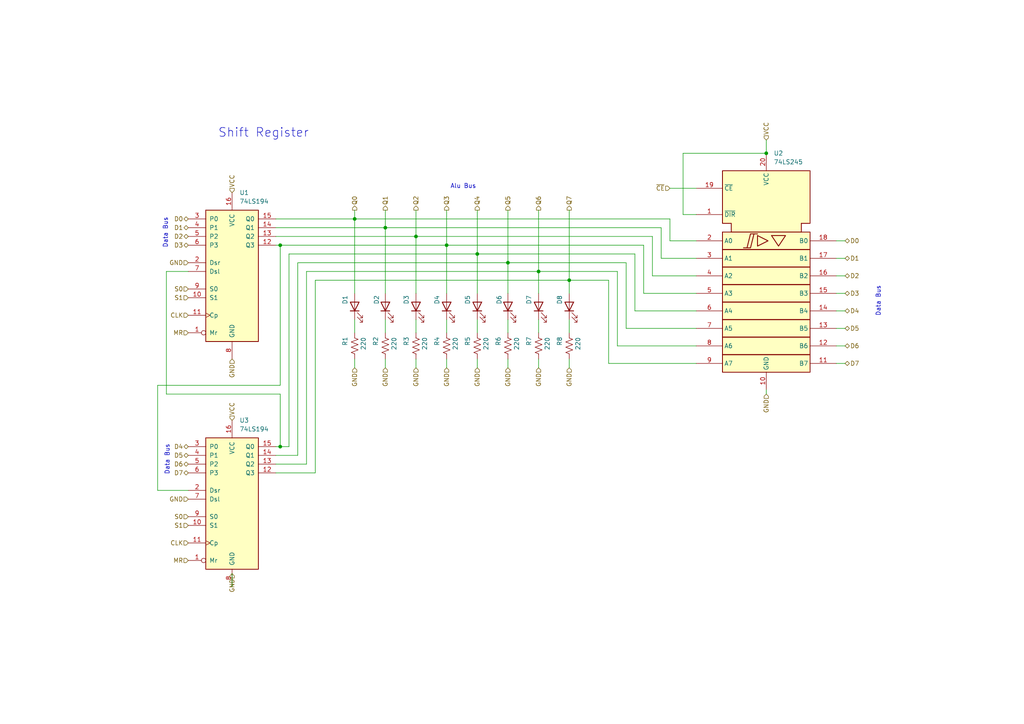
<source format=kicad_sch>
(kicad_sch (version 20250114) (generator "eeschema") (generator_version "9.0")
  (paper "A4")
  (title_block (title "Shift Register") (date "2025-11-22") (rev "1.0") (company "Marco Vettigli"))
  (lib_symbols
    (symbol "74xx:74LS194" (pin_names (offset 1.016))
      (property "Reference" "U" (at -7.62 19.05 0))
      (property "Value" "74LS194" (at -7.62 -21.59 0))
      (symbol "74LS194_1_0"
        (pin input line (at -12.7 15.24 0) (length 5.08) (name "P0") (number "3"))
        (pin input line (at -12.7 12.7 0) (length 5.08) (name "P1") (number "4"))
        (pin input line (at -12.7 10.16 0) (length 5.08) (name "P2") (number "5"))
        (pin input line (at -12.7 7.62 0) (length 5.08) (name "P3") (number "6"))
        (pin input line (at -12.7 2.54 0) (length 5.08) (name "Dsr") (number "2"))
        (pin input line (at -12.7 0 0) (length 5.08) (name "Dsl") (number "7"))
        (pin input line (at -12.7 -5.08 0) (length 5.08) (name "S0") (number "9"))
        (pin input line (at -12.7 -7.62 0) (length 5.08) (name "S1") (number "10"))
        (pin input clock (at -12.7 -12.7 0) (length 5.08) (name "Cp") (number "11"))
        (pin input inverted (at -12.7 -17.78 0) (length 5.08) (name "Mr") (number "1"))
        (pin power_in line (at 0 22.86 270) (length 5.08) (name "VCC") (number "16"))
        (pin power_in line (at 0 -25.4 90) (length 5.08) (name "GND") (number "8"))
        (pin output line (at 12.7 15.24 180) (length 5.08) (name "Q0") (number "15"))
        (pin output line (at 12.7 12.7 180) (length 5.08) (name "Q1") (number "14"))
        (pin output line (at 12.7 10.16 180) (length 5.08) (name "Q2") (number "13"))
        (pin output line (at 12.7 7.62 180) (length 5.08) (name "Q3") (number "12"))
      )
      (symbol "74LS194_1_1"
        (rectangle (start -7.62 17.78) (end 7.62 -20.32) (stroke (width 0.254)) (fill (type background)))
      )
    )
    (symbol "74xx_IEEE:74LS245"
      (property "Reference" "U" (at 15.24 25.4 0))
      (property "Value" "74LS245" (at 5.08 -30.48 0))
      (symbol "74LS245_0_0"
        (polyline (pts (xy -6.604 10.668) (xy -4.572 10.668) (xy -3.556 14.732) (xy -2.54 14.732) (xy -4.572 14.732) (xy -5.588 10.668) (xy -5.588 10.668)) (stroke (width 0.254)) (fill (type background)))
        (polyline (pts (xy -2.54 14.224) (xy -2.54 11.176) (xy 0.508 12.7) (xy -2.54 14.224) (xy -2.54 14.224)) (stroke (width 0.254)) (fill (type background)))
        (polyline (pts (xy 1.524 14.224) (xy 5.588 14.224) (xy 3.556 11.176) (xy 1.524 14.224) (xy 1.524 14.224)) (stroke (width 0.254)) (fill (type background)))
        (pin power_in line (at 0 38.1 270) (length 5.08) (name "VCC") (number "20"))
        (pin power_in line (at 0 -30.48 90) (length 5.08) (name "GND") (number "10"))
      )
      (symbol "74LS245_0_1"
        (rectangle (start -12.7 15.24) (end 12.7 10.16) (stroke (width 0.254)) (fill (type background)))
        (rectangle (start -12.7 10.16) (end 12.7 5.08) (stroke (width 0.254)) (fill (type background)))
        (rectangle (start -12.7 5.08) (end 12.7 0) (stroke (width 0.254)) (fill (type background)))
        (rectangle (start -12.7 0) (end 12.7 -5.08) (stroke (width 0.254)) (fill (type background)))
        (rectangle (start -12.7 -5.08) (end 12.7 -10.16) (stroke (width 0.254)) (fill (type background)))
        (rectangle (start -12.7 -10.16) (end 12.7 -15.24) (stroke (width 0.254)) (fill (type background)))
        (rectangle (start -12.7 -15.24) (end 12.7 -20.32) (stroke (width 0.254)) (fill (type background)))
        (rectangle (start -12.7 -20.32) (end 12.7 -25.4) (stroke (width 0.254)) (fill (type background)))
        (polyline (pts (xy -10.16 15.24) (xy -10.16 17.78) (xy -12.7 17.78) (xy -12.7 33.02) (xy 12.7 33.02) (xy 12.7 17.78) (xy 10.16 17.78) (xy 10.16 15.24) (xy 10.16 15.24)) (stroke (width 0.254)) (fill (type background)))
      )
      (symbol "74LS245_1_1"
        (pin input line (at -20.32 27.94 0) (length 7.62) (name "~{CE}") (number "19"))
        (pin input line (at -20.32 20.32 0) (length 7.62) (name "~{DIR}") (number "1"))
        (pin tri_state line (at -20.32 12.7 0) (length 7.62) (name "A0") (number "2"))
        (pin tri_state line (at -20.32 7.62 0) (length 7.62) (name "A1") (number "3"))
        (pin tri_state line (at -20.32 2.54 0) (length 7.62) (name "A2") (number "4"))
        (pin tri_state line (at -20.32 -2.54 0) (length 7.62) (name "A3") (number "5"))
        (pin tri_state line (at -20.32 -7.62 0) (length 7.62) (name "A4") (number "6"))
        (pin tri_state line (at -20.32 -12.7 0) (length 7.62) (name "A5") (number "7"))
        (pin tri_state line (at -20.32 -17.78 0) (length 7.62) (name "A6") (number "8"))
        (pin tri_state line (at -20.32 -22.86 0) (length 7.62) (name "A7") (number "9"))
        (pin tri_state line (at 20.32 12.7 180) (length 7.62) (name "B0") (number "18"))
        (pin tri_state line (at 20.32 7.62 180) (length 7.62) (name "B1") (number "17"))
        (pin tri_state line (at 20.32 2.54 180) (length 7.62) (name "B2") (number "16"))
        (pin tri_state line (at 20.32 -2.54 180) (length 7.62) (name "B3") (number "15"))
        (pin tri_state line (at 20.32 -7.62 180) (length 7.62) (name "B4") (number "14"))
        (pin tri_state line (at 20.32 -12.7 180) (length 7.62) (name "B5") (number "13"))
        (pin tri_state line (at 20.32 -17.78 180) (length 7.62) (name "B6") (number "12"))
        (pin tri_state line (at 20.32 -22.86 180) (length 7.62) (name "B7") (number "11"))
      )
    )
    (symbol "Device:LED" (pin_numbers (hide yes)) (pin_names (offset 1.016) (hide yes))
      (property "Reference" "D" (at 0 2.54 0))
      (property "Value" "LED" (at 0 -2.54 0))
      (symbol "LED_0_1"
        (polyline (pts (xy -3.048 -0.762) (xy -4.572 -2.286) (xy -3.81 -2.286) (xy -4.572 -2.286) (xy -4.572 -1.524)))
        (polyline (pts (xy -1.778 -0.762) (xy -3.302 -2.286) (xy -2.54 -2.286) (xy -3.302 -2.286) (xy -3.302 -1.524)))
        (polyline (pts (xy -1.27 0) (xy 1.27 0)))
        (polyline (pts (xy -1.27 -1.27) (xy -1.27 1.27)) (stroke (width 0.254)))
        (polyline (pts (xy 1.27 -1.27) (xy 1.27 1.27) (xy -1.27 0) (xy 1.27 -1.27)) (stroke (width 0.254)))
      )
      (symbol "LED_1_1"
        (pin passive line (at -3.81 0 0) (length 2.54) (name "K") (number "1"))
        (pin passive line (at 3.81 0 180) (length 2.54) (name "A") (number "2"))
      )
    )
    (symbol "Device:R_US" (pin_numbers (hide yes)) (pin_names (offset 0))
      (property "Reference" "R" (at 2.54 0 90))
      (property "Value" "R_US" (at -2.54 0 90))
      (symbol "R_US_0_1"
        (polyline (pts (xy 0 2.286) (xy 0 2.54)))
        (polyline (pts (xy 0 2.286) (xy 1.016 1.905) (xy 0 1.524) (xy -1.016 1.143) (xy 0 0.762)))
        (polyline (pts (xy 0 0.762) (xy 1.016 0.381) (xy 0 0) (xy -1.016 -0.381) (xy 0 -0.762)))
        (polyline (pts (xy 0 -0.762) (xy 1.016 -1.143) (xy 0 -1.524) (xy -1.016 -1.905) (xy 0 -2.286)))
        (polyline (pts (xy 0 -2.286) (xy 0 -2.54)))
      )
      (symbol "R_US_1_1"
        (pin passive line (at 0 3.81 270) (length 1.27) (name "~") (number "1"))
        (pin passive line (at 0 -3.81 90) (length 1.27) (name "~") (number "2"))
      )
    )
  )
  (text "Data Bus" (at 254.762 87.376 90) (effects (font (size 1.27 1.27))))
  (text "Data Bus" (at 48.514 133.35 90) (effects (font (size 1.27 1.27))))
  (text "Data Bus" (at 48.006 67.564 90) (effects (font (size 1.27 1.27))))
  (text "Shift Register" (at 76.454 38.608 0) (effects (font (size 2.54 2.54))))
  (text "Alu Bus" (at 134.366 54.102 0) (effects (font (size 1.27 1.27))))
  (junction (at 165.1 81.28))
  (junction (at 102.87 63.5))
  (junction (at 111.76 66.04))
  (junction (at 147.32 76.2))
  (junction (at 138.43 73.66))
  (junction (at 120.65 68.58))
  (junction (at 156.21 78.74))
  (junction (at 81.28 129.54))
  (junction (at 81.28 71.12))
  (junction (at 222.25 44.45))
  (junction (at 129.54 71.12))
  (wire (pts (xy 81.28 114.3) (xy 81.28 129.54)))
  (wire (pts (xy 222.25 40.64) (xy 222.25 44.45)))
  (wire (pts (xy 147.32 106.68) (xy 147.32 104.14)))
  (wire (pts (xy 194.31 54.61) (xy 201.93 54.61)))
  (wire (pts (xy 156.21 78.74) (xy 179.07 78.74)))
  (wire (pts (xy 138.43 60.96) (xy 138.43 73.66)))
  (wire (pts (xy 242.57 85.09) (xy 245.11 85.09)))
  (wire (pts (xy 81.28 114.3) (xy 48.26 114.3)))
  (wire (pts (xy 242.57 74.93) (xy 245.11 74.93)))
  (wire (pts (xy 189.23 80.01) (xy 201.93 80.01)))
  (wire (pts (xy 102.87 63.5) (xy 194.31 63.5)))
  (wire (pts (xy 81.28 71.12) (xy 81.28 111.76)))
  (wire (pts (xy 86.36 76.2) (xy 147.32 76.2)))
  (wire (pts (xy 147.32 76.2) (xy 147.32 85.09)))
  (wire (pts (xy 147.32 76.2) (xy 181.61 76.2)))
  (wire (pts (xy 242.57 100.33) (xy 245.11 100.33)))
  (wire (pts (xy 138.43 73.66) (xy 184.15 73.66)))
  (wire (pts (xy 156.21 96.52) (xy 156.21 92.71)))
  (wire (pts (xy 102.87 60.96) (xy 102.87 63.5)))
  (wire (pts (xy 86.36 132.08) (xy 86.36 76.2)))
  (wire (pts (xy 48.26 114.3) (xy 48.26 78.74)))
  (wire (pts (xy 165.1 81.28) (xy 165.1 85.09)))
  (wire (pts (xy 80.01 68.58) (xy 120.65 68.58)))
  (wire (pts (xy 147.32 60.96) (xy 147.32 76.2)))
  (wire (pts (xy 186.69 71.12) (xy 186.69 85.09)))
  (wire (pts (xy 102.87 96.52) (xy 102.87 92.71)))
  (wire (pts (xy 184.15 90.17) (xy 201.93 90.17)))
  (wire (pts (xy 181.61 76.2) (xy 181.61 95.25)))
  (wire (pts (xy 184.15 73.66) (xy 184.15 90.17)))
  (wire (pts (xy 45.72 111.76) (xy 45.72 142.24)))
  (wire (pts (xy 83.82 129.54) (xy 83.82 73.66)))
  (wire (pts (xy 67.31 170.18) (xy 67.31 166.37)))
  (wire (pts (xy 129.54 71.12) (xy 129.54 85.09)))
  (wire (pts (xy 147.32 96.52) (xy 147.32 92.71)))
  (wire (pts (xy 102.87 106.68) (xy 102.87 104.14)))
  (wire (pts (xy 194.31 69.85) (xy 201.93 69.85)))
  (wire (pts (xy 88.9 78.74) (xy 156.21 78.74)))
  (wire (pts (xy 242.57 90.17) (xy 245.11 90.17)))
  (wire (pts (xy 80.01 129.54) (xy 81.28 129.54)))
  (wire (pts (xy 156.21 106.68) (xy 156.21 104.14)))
  (wire (pts (xy 91.44 81.28) (xy 165.1 81.28)))
  (wire (pts (xy 120.65 96.52) (xy 120.65 92.71)))
  (wire (pts (xy 111.76 66.04) (xy 191.77 66.04)))
  (wire (pts (xy 129.54 106.68) (xy 129.54 104.14)))
  (wire (pts (xy 242.57 105.41) (xy 245.11 105.41)))
  (wire (pts (xy 111.76 66.04) (xy 111.76 85.09)))
  (wire (pts (xy 129.54 71.12) (xy 186.69 71.12)))
  (wire (pts (xy 120.65 68.58) (xy 120.65 85.09)))
  (wire (pts (xy 129.54 96.52) (xy 129.54 92.71)))
  (wire (pts (xy 242.57 80.01) (xy 245.11 80.01)))
  (wire (pts (xy 129.54 60.96) (xy 129.54 71.12)))
  (wire (pts (xy 179.07 100.33) (xy 201.93 100.33)))
  (wire (pts (xy 80.01 66.04) (xy 111.76 66.04)))
  (wire (pts (xy 198.12 44.45) (xy 198.12 62.23)))
  (wire (pts (xy 191.77 74.93) (xy 201.93 74.93)))
  (wire (pts (xy 176.53 105.41) (xy 201.93 105.41)))
  (wire (pts (xy 120.65 68.58) (xy 189.23 68.58)))
  (wire (pts (xy 222.25 113.03) (xy 222.25 114.3)))
  (wire (pts (xy 81.28 71.12) (xy 129.54 71.12)))
  (wire (pts (xy 88.9 134.62) (xy 88.9 78.74)))
  (wire (pts (xy 83.82 73.66) (xy 138.43 73.66)))
  (wire (pts (xy 198.12 62.23) (xy 201.93 62.23)))
  (wire (pts (xy 156.21 78.74) (xy 156.21 85.09)))
  (wire (pts (xy 138.43 96.52) (xy 138.43 92.71)))
  (wire (pts (xy 194.31 63.5) (xy 194.31 69.85)))
  (wire (pts (xy 165.1 60.96) (xy 165.1 81.28)))
  (wire (pts (xy 138.43 73.66) (xy 138.43 85.09)))
  (wire (pts (xy 91.44 137.16) (xy 91.44 81.28)))
  (wire (pts (xy 222.25 44.45) (xy 198.12 44.45)))
  (wire (pts (xy 111.76 96.52) (xy 111.76 92.71)))
  (wire (pts (xy 80.01 63.5) (xy 102.87 63.5)))
  (wire (pts (xy 80.01 71.12) (xy 81.28 71.12)))
  (wire (pts (xy 176.53 81.28) (xy 176.53 105.41)))
  (wire (pts (xy 186.69 85.09) (xy 201.93 85.09)))
  (wire (pts (xy 111.76 106.68) (xy 111.76 104.14)))
  (wire (pts (xy 242.57 69.85) (xy 245.11 69.85)))
  (wire (pts (xy 189.23 68.58) (xy 189.23 80.01)))
  (wire (pts (xy 80.01 137.16) (xy 91.44 137.16)))
  (wire (pts (xy 81.28 129.54) (xy 83.82 129.54)))
  (wire (pts (xy 242.57 95.25) (xy 245.11 95.25)))
  (wire (pts (xy 165.1 81.28) (xy 176.53 81.28)))
  (wire (pts (xy 191.77 66.04) (xy 191.77 74.93)))
  (wire (pts (xy 45.72 142.24) (xy 54.61 142.24)))
  (wire (pts (xy 111.76 60.96) (xy 111.76 66.04)))
  (wire (pts (xy 179.07 78.74) (xy 179.07 100.33)))
  (wire (pts (xy 81.28 111.76) (xy 45.72 111.76)))
  (wire (pts (xy 102.87 63.5) (xy 102.87 85.09)))
  (wire (pts (xy 156.21 60.96) (xy 156.21 78.74)))
  (wire (pts (xy 165.1 96.52) (xy 165.1 92.71)))
  (wire (pts (xy 138.43 106.68) (xy 138.43 104.14)))
  (wire (pts (xy 165.1 106.68) (xy 165.1 104.14)))
  (wire (pts (xy 181.61 95.25) (xy 201.93 95.25)))
  (wire (pts (xy 80.01 134.62) (xy 88.9 134.62)))
  (wire (pts (xy 120.65 106.68) (xy 120.65 104.14)))
  (wire (pts (xy 120.65 60.96) (xy 120.65 68.58)))
  (wire (pts (xy 48.26 78.74) (xy 54.61 78.74)))
  (wire (pts (xy 80.01 132.08) (xy 86.36 132.08)))
  (hierarchical_label "GND" (shape input) (at 165.1 106.68 270))
  (hierarchical_label "Q3" (shape output) (at 129.54 60.96 90))
  (hierarchical_label "GND" (shape input) (at 138.43 106.68 270))
  (hierarchical_label "~{CE}" (shape input) (at 194.31 54.61 180))
  (hierarchical_label "MR" (shape input) (at 54.61 162.56 180))
  (hierarchical_label "D3" (shape tri_state) (at 245.11 85.09 0))
  (hierarchical_label "S1" (shape input) (at 54.61 152.4 180))
  (hierarchical_label "Q0" (shape output) (at 102.87 60.96 90))
  (hierarchical_label "GND" (shape input) (at 129.54 106.68 270))
  (hierarchical_label "D7" (shape tri_state) (at 245.11 105.41 0))
  (hierarchical_label "CLK" (shape input) (at 54.61 157.48 180))
  (hierarchical_label "GND" (shape input) (at 156.21 106.68 270))
  (hierarchical_label "Q7" (shape output) (at 165.1 60.96 90))
  (hierarchical_label "D2" (shape tri_state) (at 245.11 80.01 0))
  (hierarchical_label "Q1" (shape output) (at 111.76 60.96 90))
  (hierarchical_label "Q2" (shape output) (at 120.65 60.96 90))
  (hierarchical_label "Q6" (shape output) (at 156.21 60.96 90))
  (hierarchical_label "D3" (shape tri_state) (at 54.61 71.12 180))
  (hierarchical_label "VCC" (shape input) (at 222.25 40.64 90))
  (hierarchical_label "GND" (shape input) (at 222.25 114.3 270))
  (hierarchical_label "D0" (shape tri_state) (at 245.11 69.85 0))
  (hierarchical_label "Q5" (shape output) (at 147.32 60.96 90))
  (hierarchical_label "GND" (shape input) (at 54.61 76.2 180))
  (hierarchical_label "D1" (shape tri_state) (at 54.61 66.04 180))
  (hierarchical_label "GND" (shape input) (at 120.65 106.68 270))
  (hierarchical_label "VCC" (shape input) (at 67.31 121.92 90))
  (hierarchical_label "Q4" (shape output) (at 138.43 60.96 90))
  (hierarchical_label "GND" (shape input) (at 147.32 106.68 270))
  (hierarchical_label "S1" (shape input) (at 54.61 86.36 180))
  (hierarchical_label "GND" (shape input) (at 111.76 106.68 270))
  (hierarchical_label "D5" (shape tri_state) (at 245.11 95.25 0))
  (hierarchical_label "D4" (shape tri_state) (at 245.11 90.17 0))
  (hierarchical_label "D2" (shape tri_state) (at 54.61 68.58 180))
  (hierarchical_label "D5" (shape tri_state) (at 54.61 132.08 180))
  (hierarchical_label "S0" (shape input) (at 54.61 149.86 180))
  (hierarchical_label "D0" (shape tri_state) (at 54.61 63.5 180))
  (hierarchical_label "GND" (shape input) (at 54.61 144.78 180))
  (hierarchical_label "D4" (shape tri_state) (at 54.61 129.54 180))
  (hierarchical_label "D1" (shape tri_state) (at 245.11 74.93 0))
  (hierarchical_label "GND" (shape input) (at 67.31 166.37 270))
  (hierarchical_label "GND" (shape input) (at 102.87 106.68 270))
  (hierarchical_label "S0" (shape input) (at 54.61 83.82 180))
  (hierarchical_label "D7" (shape tri_state) (at 54.61 137.16 180))
  (hierarchical_label "CLK" (shape input) (at 54.61 91.44 180))
  (hierarchical_label "MR" (shape input) (at 54.61 96.52 180))
  (hierarchical_label "D6" (shape tri_state) (at 54.61 134.62 180))
  (hierarchical_label "VCC" (shape input) (at 67.31 55.88 90))
  (hierarchical_label "GND" (shape input) (at 67.31 104.14 270))
  (hierarchical_label "D6" (shape tri_state) (at 245.11 100.33 0))
  (symbol (lib_id "74xx:74LS194") (at 67.31 78.74 0) (unit 1)
    (property "Reference" "U1" (at 69.4533 55.88 0) (effects (justify left)))
    (property "Value" "74LS194" (at 69.4533 58.42 0) (effects (justify left)))
    (property "Footprint" "Package_DIP:DIP-16_W7.62mm" (effects (hide yes)))
    (property "Datasheet" "http://www.ti.com/lit/gpn/sn74LS194" (effects (hide yes)))
    (property "Description" "Shift Register 4-bit Bidirectional" (effects (hide yes)))
    (instances (project "Shift Registers" (path "" (reference "U1") (unit 1)) (path "" (reference "U4") (unit 1))))
  )
  (symbol (lib_id "Device:R_US") (at 111.76 100.33 0) (unit 1)
    (property "Reference" "R2" (at 108.966 100.33 90) (effects (justify left)))
    (property "Value" "220" (at 114.3 101.5999 90) (effects (justify left)))
    (property "Footprint" "Resistor_THT:R_Axial_DIN0207_L6.3mm_D2.5mm_P10.16mm_Horizontal" (effects (hide yes)))
    (property "Description" "Resistor, US symbol" (effects (hide yes)))
    (instances (project "Shift Registers" (path "" (reference "R2") (unit 1)) (path "" (reference "R10") (unit 1))))
  )
  (symbol (lib_id "Device:LED") (at 165.1 88.9 90) (unit 1)
    (property "Reference" "D8" (at 162.306 85.598 0) (effects (justify right)))
    (property "Value" "LED" (effects (hide yes)))
    (property "Footprint" "LED_THT:LED_D3.0mm" (effects (hide yes)))
    (property "Description" "Light emitting diode" (effects (hide yes)))
    (property "Sim.Pins" "1=K 2=A" (effects (hide yes)))
    (instances (project "Shift Registers" (path "" (reference "D8") (unit 1)) (path "" (reference "D16") (unit 1))))
  )
  (symbol (lib_id "Device:LED") (at 138.43 88.9 90) (unit 1)
    (property "Reference" "D5" (at 135.636 85.598 0) (effects (justify right)))
    (property "Value" "LED" (effects (hide yes)))
    (property "Footprint" "LED_THT:LED_D3.0mm" (effects (hide yes)))
    (property "Description" "Light emitting diode" (effects (hide yes)))
    (property "Sim.Pins" "1=K 2=A" (effects (hide yes)))
    (instances (project "Shift Registers" (path "" (reference "D5") (unit 1)) (path "" (reference "D13") (unit 1))))
  )
  (symbol (lib_id "Device:R_US") (at 102.87 100.33 0) (unit 1)
    (property "Reference" "R1" (at 100.076 100.33 90) (effects (justify left)))
    (property "Value" "220" (at 105.41 101.5999 90) (effects (justify left)))
    (property "Footprint" "Resistor_THT:R_Axial_DIN0207_L6.3mm_D2.5mm_P10.16mm_Horizontal" (effects (hide yes)))
    (property "Description" "Resistor, US symbol" (effects (hide yes)))
    (instances (project "Shift Registers" (path "" (reference "R1") (unit 1)) (path "" (reference "R9") (unit 1))))
  )
  (symbol (lib_id "Device:R_US") (at 129.54 100.33 0) (unit 1)
    (property "Reference" "R4" (at 126.746 100.33 90) (effects (justify left)))
    (property "Value" "220" (at 132.08 101.5999 90) (effects (justify left)))
    (property "Footprint" "Resistor_THT:R_Axial_DIN0207_L6.3mm_D2.5mm_P10.16mm_Horizontal" (effects (hide yes)))
    (property "Description" "Resistor, US symbol" (effects (hide yes)))
    (instances (project "Shift Registers" (path "" (reference "R4") (unit 1)) (path "" (reference "R12") (unit 1))))
  )
  (symbol (lib_id "Device:R_US") (at 147.32 100.33 0) (unit 1)
    (property "Reference" "R6" (at 144.526 100.33 90) (effects (justify left)))
    (property "Value" "220" (at 149.86 101.5999 90) (effects (justify left)))
    (property "Footprint" "Resistor_THT:R_Axial_DIN0207_L6.3mm_D2.5mm_P10.16mm_Horizontal" (effects (hide yes)))
    (property "Description" "Resistor, US symbol" (effects (hide yes)))
    (instances (project "Shift Registers" (path "" (reference "R6") (unit 1)) (path "" (reference "R14") (unit 1))))
  )
  (symbol (lib_id "Device:R_US") (at 156.21 100.33 0) (unit 1)
    (property "Reference" "R7" (at 153.416 100.33 90) (effects (justify left)))
    (property "Value" "220" (at 158.75 101.5999 90) (effects (justify left)))
    (property "Footprint" "Resistor_THT:R_Axial_DIN0207_L6.3mm_D2.5mm_P10.16mm_Horizontal" (effects (hide yes)))
    (property "Description" "Resistor, US symbol" (effects (hide yes)))
    (instances (project "Shift Registers" (path "" (reference "R7") (unit 1)) (path "" (reference "R15") (unit 1))))
  )
  (symbol (lib_id "Device:LED") (at 147.32 88.9 90) (unit 1)
    (property "Reference" "D6" (at 144.78 85.598 0) (effects (justify right)))
    (property "Value" "LED" (effects (hide yes)))
    (property "Footprint" "LED_THT:LED_D3.0mm" (effects (hide yes)))
    (property "Description" "Light emitting diode" (effects (hide yes)))
    (property "Sim.Pins" "1=K 2=A" (effects (hide yes)))
    (instances (project "Shift Registers" (path "" (reference "D6") (unit 1)) (path "" (reference "D14") (unit 1))))
  )
  (symbol (lib_id "Device:R_US") (at 138.43 100.33 0) (unit 1)
    (property "Reference" "R5" (at 135.636 100.33 90) (effects (justify left)))
    (property "Value" "220" (at 140.97 101.5999 90) (effects (justify left)))
    (property "Footprint" "Resistor_THT:R_Axial_DIN0207_L6.3mm_D2.5mm_P10.16mm_Horizontal" (effects (hide yes)))
    (property "Description" "Resistor, US symbol" (effects (hide yes)))
    (instances (project "Shift Registers" (path "" (reference "R5") (unit 1)) (path "" (reference "R13") (unit 1))))
  )
  (symbol (lib_id "Device:LED") (at 129.54 88.9 90) (unit 1)
    (property "Reference" "D4" (at 126.746 85.598 0) (effects (justify right)))
    (property "Value" "LED" (effects (hide yes)))
    (property "Footprint" "LED_THT:LED_D3.0mm" (effects (hide yes)))
    (property "Description" "Light emitting diode" (effects (hide yes)))
    (property "Sim.Pins" "1=K 2=A" (effects (hide yes)))
    (instances (project "Shift Registers" (path "" (reference "D4") (unit 1)) (path "" (reference "D12") (unit 1))))
  )
  (symbol (lib_id "Device:R_US") (at 165.1 100.33 0) (unit 1)
    (property "Reference" "R8" (at 162.306 100.33 90) (effects (justify left)))
    (property "Value" "220" (at 167.64 101.5999 90) (effects (justify left)))
    (property "Footprint" "Resistor_THT:R_Axial_DIN0207_L6.3mm_D2.5mm_P10.16mm_Horizontal" (effects (hide yes)))
    (property "Description" "Resistor, US symbol" (effects (hide yes)))
    (instances (project "Shift Registers" (path "" (reference "R8") (unit 1)) (path "" (reference "R16") (unit 1))))
  )
  (symbol (lib_id "74xx_IEEE:74LS245") (at 222.25 82.55 0) (unit 1)
    (property "Reference" "U2" (at 224.3933 44.45 0) (effects (justify left)))
    (property "Value" "74LS245" (at 224.3933 46.99 0) (effects (justify left)))
    (property "Footprint" "Package_DIP:DIP-20_W7.62mm" (effects (hide yes)))
    (instances (project "Shift Registers" (path "" (reference "U2") (unit 1)) (path "" (reference "U5") (unit 1))))
  )
  (symbol (lib_id "Device:LED") (at 120.65 88.9 90) (unit 1)
    (property "Reference" "D3" (at 117.856 85.598 0) (effects (justify right)))
    (property "Value" "LED" (effects (hide yes)))
    (property "Footprint" "LED_THT:LED_D3.0mm" (effects (hide yes)))
    (property "Description" "Light emitting diode" (effects (hide yes)))
    (property "Sim.Pins" "1=K 2=A" (effects (hide yes)))
    (instances (project "Shift Registers" (path "" (reference "D3") (unit 1)) (path "" (reference "D11") (unit 1))))
  )
  (symbol (lib_id "Device:LED") (at 102.87 88.9 90) (unit 1)
    (property "Reference" "D1" (at 100.076 85.598 0) (effects (justify right)))
    (property "Value" "LED" (effects (hide yes)))
    (property "Footprint" "LED_THT:LED_D3.0mm" (effects (hide yes)))
    (property "Description" "Light emitting diode" (effects (hide yes)))
    (property "Sim.Pins" "1=K 2=A" (effects (hide yes)))
    (instances (project "Shift Registers" (path "" (reference "D1") (unit 1)) (path "" (reference "D9") (unit 1))))
  )
  (symbol (lib_id "Device:R_US") (at 120.65 100.33 0) (unit 1)
    (property "Reference" "R3" (at 117.856 100.33 90) (effects (justify left)))
    (property "Value" "220" (at 123.19 101.5999 90) (effects (justify left)))
    (property "Footprint" "Resistor_THT:R_Axial_DIN0207_L6.3mm_D2.5mm_P10.16mm_Horizontal" (effects (hide yes)))
    (property "Description" "Resistor, US symbol" (effects (hide yes)))
    (instances (project "Shift Registers" (path "" (reference "R3") (unit 1)) (path "" (reference "R11") (unit 1))))
  )
  (symbol (lib_id "74xx:74LS194") (at 67.31 144.78 0) (unit 1)
    (property "Reference" "U3" (at 69.4533 121.92 0) (effects (justify left)))
    (property "Value" "74LS194" (at 69.4533 124.46 0) (effects (justify left)))
    (property "Footprint" "Package_DIP:DIP-16_W7.62mm" (effects (hide yes)))
    (property "Datasheet" "http://www.ti.com/lit/gpn/sn74LS194" (effects (hide yes)))
    (property "Description" "Shift Register 4-bit Bidirectional" (effects (hide yes)))
    (instances (project "Shift Registers" (path "" (reference "U3") (unit 1)) (path "" (reference "U6") (unit 1))))
  )
  (symbol (lib_id "Device:LED") (at 156.21 88.9 90) (unit 1)
    (property "Reference" "D7" (at 153.416 85.598 0) (effects (justify right)))
    (property "Value" "LED" (effects (hide yes)))
    (property "Footprint" "LED_THT:LED_D3.0mm" (effects (hide yes)))
    (property "Description" "Light emitting diode" (effects (hide yes)))
    (property "Sim.Pins" "1=K 2=A" (effects (hide yes)))
    (instances (project "Shift Registers" (path "" (reference "D7") (unit 1)) (path "" (reference "D15") (unit 1))))
  )
  (symbol (lib_id "Device:LED") (at 111.76 88.9 90) (unit 1)
    (property "Reference" "D2" (at 109.22 85.598 0) (effects (justify right)))
    (property "Value" "LED" (effects (hide yes)))
    (property "Footprint" "LED_THT:LED_D3.0mm" (effects (hide yes)))
    (property "Description" "Light emitting diode" (effects (hide yes)))
    (property "Sim.Pins" "1=K 2=A" (effects (hide yes)))
    (instances (project "Shift Registers" (path "" (reference "D2") (unit 1)) (path "" (reference "D10") (unit 1))))
  )
)
</source>
